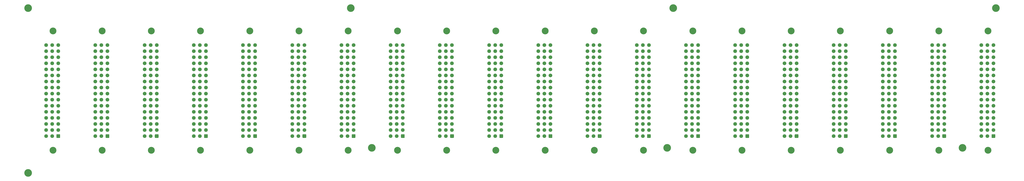
<source format=gbr>
%TF.GenerationSoftware,KiCad,Pcbnew,5.99.0+really5.1.10+dfsg1-1*%
%TF.CreationDate,2021-12-05T23:32:40+01:00*%
%TF.ProjectId,Backplane,4261636b-706c-4616-9e65-2e6b69636164,rev?*%
%TF.SameCoordinates,Original*%
%TF.FileFunction,Soldermask,Top*%
%TF.FilePolarity,Negative*%
%FSLAX46Y46*%
G04 Gerber Fmt 4.6, Leading zero omitted, Abs format (unit mm)*
G04 Created by KiCad (PCBNEW 5.99.0+really5.1.10+dfsg1-1) date 2021-12-05 23:32:40*
%MOMM*%
%LPD*%
G01*
G04 APERTURE LIST*
%ADD10C,1.550000*%
%ADD11C,2.850000*%
%ADD12C,3.200000*%
G04 APERTURE END LIST*
%TO.C,U19*%
G36*
G01*
X427655000Y-106574998D02*
X427655000Y-107625002D01*
G75*
G02*
X427405002Y-107875000I-249998J0D01*
G01*
X426354998Y-107875000D01*
G75*
G02*
X426105000Y-107625002I0J249998D01*
G01*
X426105000Y-106574998D01*
G75*
G02*
X426354998Y-106325000I249998J0D01*
G01*
X427405002Y-106325000D01*
G75*
G02*
X427655000Y-106574998I0J-249998D01*
G01*
G37*
D10*
X426880000Y-104560000D03*
X426880000Y-102020000D03*
X426880000Y-99480000D03*
X426880000Y-96940000D03*
X426880000Y-94400000D03*
X426880000Y-91860000D03*
X426880000Y-89320000D03*
X426880000Y-86780000D03*
X426880000Y-84240000D03*
X426880000Y-81700000D03*
X426880000Y-79160000D03*
X426880000Y-76620000D03*
X426880000Y-74080000D03*
X426880000Y-71540000D03*
X426880000Y-69000000D03*
X424340000Y-107100000D03*
X424340000Y-104560000D03*
X424340000Y-102020000D03*
X424340000Y-99480000D03*
X424340000Y-96940000D03*
X424340000Y-94400000D03*
X424340000Y-91860000D03*
X424340000Y-89320000D03*
X424340000Y-86780000D03*
X424340000Y-84240000D03*
X424340000Y-81700000D03*
X424340000Y-79160000D03*
X424340000Y-76620000D03*
X424340000Y-74080000D03*
X424340000Y-71540000D03*
X424340000Y-69000000D03*
X421800000Y-107100000D03*
X421800000Y-104560000D03*
X421800000Y-102020000D03*
X421800000Y-99480000D03*
X421800000Y-96940000D03*
X421800000Y-94400000D03*
X421800000Y-91860000D03*
X421800000Y-89320000D03*
X421800000Y-86780000D03*
X421800000Y-84240000D03*
X421800000Y-81700000D03*
X421800000Y-79160000D03*
X421800000Y-76620000D03*
X421800000Y-74080000D03*
X421800000Y-71540000D03*
X421800000Y-69000000D03*
D11*
X424640000Y-113050000D03*
X424640000Y-63050000D03*
%TD*%
%TO.C,U1*%
G36*
G01*
X56855000Y-106574998D02*
X56855000Y-107625002D01*
G75*
G02*
X56605002Y-107875000I-249998J0D01*
G01*
X55554998Y-107875000D01*
G75*
G02*
X55305000Y-107625002I0J249998D01*
G01*
X55305000Y-106574998D01*
G75*
G02*
X55554998Y-106325000I249998J0D01*
G01*
X56605002Y-106325000D01*
G75*
G02*
X56855000Y-106574998I0J-249998D01*
G01*
G37*
D10*
X56080000Y-104560000D03*
X56080000Y-102020000D03*
X56080000Y-99480000D03*
X56080000Y-96940000D03*
X56080000Y-94400000D03*
X56080000Y-91860000D03*
X56080000Y-89320000D03*
X56080000Y-86780000D03*
X56080000Y-84240000D03*
X56080000Y-81700000D03*
X56080000Y-79160000D03*
X56080000Y-76620000D03*
X56080000Y-74080000D03*
X56080000Y-71540000D03*
X56080000Y-69000000D03*
X53540000Y-107100000D03*
X53540000Y-104560000D03*
X53540000Y-102020000D03*
X53540000Y-99480000D03*
X53540000Y-96940000D03*
X53540000Y-94400000D03*
X53540000Y-91860000D03*
X53540000Y-89320000D03*
X53540000Y-86780000D03*
X53540000Y-84240000D03*
X53540000Y-81700000D03*
X53540000Y-79160000D03*
X53540000Y-76620000D03*
X53540000Y-74080000D03*
X53540000Y-71540000D03*
X53540000Y-69000000D03*
X51000000Y-107100000D03*
X51000000Y-104560000D03*
X51000000Y-102020000D03*
X51000000Y-99480000D03*
X51000000Y-96940000D03*
X51000000Y-94400000D03*
X51000000Y-91860000D03*
X51000000Y-89320000D03*
X51000000Y-86780000D03*
X51000000Y-84240000D03*
X51000000Y-81700000D03*
X51000000Y-79160000D03*
X51000000Y-76620000D03*
X51000000Y-74080000D03*
X51000000Y-71540000D03*
X51000000Y-69000000D03*
D11*
X53840000Y-113050000D03*
X53840000Y-63050000D03*
%TD*%
D12*
%TO.C,H8*%
X434500000Y-112000000D03*
%TD*%
%TO.C,H7*%
X310900000Y-112000000D03*
%TD*%
%TO.C,H6*%
X187300000Y-112000000D03*
%TD*%
%TO.C,H5*%
X43500000Y-122500000D03*
%TD*%
%TO.C,H4*%
X448500000Y-53500000D03*
%TD*%
%TO.C,H3*%
X313500000Y-53500000D03*
%TD*%
%TO.C,H2*%
X178500000Y-53500000D03*
%TD*%
%TO.C,H1*%
X43500000Y-53500000D03*
%TD*%
%TO.C,U20*%
G36*
G01*
X448255000Y-106574998D02*
X448255000Y-107625002D01*
G75*
G02*
X448005002Y-107875000I-249998J0D01*
G01*
X446954998Y-107875000D01*
G75*
G02*
X446705000Y-107625002I0J249998D01*
G01*
X446705000Y-106574998D01*
G75*
G02*
X446954998Y-106325000I249998J0D01*
G01*
X448005002Y-106325000D01*
G75*
G02*
X448255000Y-106574998I0J-249998D01*
G01*
G37*
D10*
X447480000Y-104560000D03*
X447480000Y-102020000D03*
X447480000Y-99480000D03*
X447480000Y-96940000D03*
X447480000Y-94400000D03*
X447480000Y-91860000D03*
X447480000Y-89320000D03*
X447480000Y-86780000D03*
X447480000Y-84240000D03*
X447480000Y-81700000D03*
X447480000Y-79160000D03*
X447480000Y-76620000D03*
X447480000Y-74080000D03*
X447480000Y-71540000D03*
X447480000Y-69000000D03*
X444940000Y-107100000D03*
X444940000Y-104560000D03*
X444940000Y-102020000D03*
X444940000Y-99480000D03*
X444940000Y-96940000D03*
X444940000Y-94400000D03*
X444940000Y-91860000D03*
X444940000Y-89320000D03*
X444940000Y-86780000D03*
X444940000Y-84240000D03*
X444940000Y-81700000D03*
X444940000Y-79160000D03*
X444940000Y-76620000D03*
X444940000Y-74080000D03*
X444940000Y-71540000D03*
X444940000Y-69000000D03*
X442400000Y-107100000D03*
X442400000Y-104560000D03*
X442400000Y-102020000D03*
X442400000Y-99480000D03*
X442400000Y-96940000D03*
X442400000Y-94400000D03*
X442400000Y-91860000D03*
X442400000Y-89320000D03*
X442400000Y-86780000D03*
X442400000Y-84240000D03*
X442400000Y-81700000D03*
X442400000Y-79160000D03*
X442400000Y-76620000D03*
X442400000Y-74080000D03*
X442400000Y-71540000D03*
X442400000Y-69000000D03*
D11*
X445240000Y-113050000D03*
X445240000Y-63050000D03*
%TD*%
%TO.C,U18*%
G36*
G01*
X407055000Y-106574998D02*
X407055000Y-107625002D01*
G75*
G02*
X406805002Y-107875000I-249998J0D01*
G01*
X405754998Y-107875000D01*
G75*
G02*
X405505000Y-107625002I0J249998D01*
G01*
X405505000Y-106574998D01*
G75*
G02*
X405754998Y-106325000I249998J0D01*
G01*
X406805002Y-106325000D01*
G75*
G02*
X407055000Y-106574998I0J-249998D01*
G01*
G37*
D10*
X406280000Y-104560000D03*
X406280000Y-102020000D03*
X406280000Y-99480000D03*
X406280000Y-96940000D03*
X406280000Y-94400000D03*
X406280000Y-91860000D03*
X406280000Y-89320000D03*
X406280000Y-86780000D03*
X406280000Y-84240000D03*
X406280000Y-81700000D03*
X406280000Y-79160000D03*
X406280000Y-76620000D03*
X406280000Y-74080000D03*
X406280000Y-71540000D03*
X406280000Y-69000000D03*
X403740000Y-107100000D03*
X403740000Y-104560000D03*
X403740000Y-102020000D03*
X403740000Y-99480000D03*
X403740000Y-96940000D03*
X403740000Y-94400000D03*
X403740000Y-91860000D03*
X403740000Y-89320000D03*
X403740000Y-86780000D03*
X403740000Y-84240000D03*
X403740000Y-81700000D03*
X403740000Y-79160000D03*
X403740000Y-76620000D03*
X403740000Y-74080000D03*
X403740000Y-71540000D03*
X403740000Y-69000000D03*
X401200000Y-107100000D03*
X401200000Y-104560000D03*
X401200000Y-102020000D03*
X401200000Y-99480000D03*
X401200000Y-96940000D03*
X401200000Y-94400000D03*
X401200000Y-91860000D03*
X401200000Y-89320000D03*
X401200000Y-86780000D03*
X401200000Y-84240000D03*
X401200000Y-81700000D03*
X401200000Y-79160000D03*
X401200000Y-76620000D03*
X401200000Y-74080000D03*
X401200000Y-71540000D03*
X401200000Y-69000000D03*
D11*
X404040000Y-113050000D03*
X404040000Y-63050000D03*
%TD*%
%TO.C,U17*%
G36*
G01*
X386455000Y-106574998D02*
X386455000Y-107625002D01*
G75*
G02*
X386205002Y-107875000I-249998J0D01*
G01*
X385154998Y-107875000D01*
G75*
G02*
X384905000Y-107625002I0J249998D01*
G01*
X384905000Y-106574998D01*
G75*
G02*
X385154998Y-106325000I249998J0D01*
G01*
X386205002Y-106325000D01*
G75*
G02*
X386455000Y-106574998I0J-249998D01*
G01*
G37*
D10*
X385680000Y-104560000D03*
X385680000Y-102020000D03*
X385680000Y-99480000D03*
X385680000Y-96940000D03*
X385680000Y-94400000D03*
X385680000Y-91860000D03*
X385680000Y-89320000D03*
X385680000Y-86780000D03*
X385680000Y-84240000D03*
X385680000Y-81700000D03*
X385680000Y-79160000D03*
X385680000Y-76620000D03*
X385680000Y-74080000D03*
X385680000Y-71540000D03*
X385680000Y-69000000D03*
X383140000Y-107100000D03*
X383140000Y-104560000D03*
X383140000Y-102020000D03*
X383140000Y-99480000D03*
X383140000Y-96940000D03*
X383140000Y-94400000D03*
X383140000Y-91860000D03*
X383140000Y-89320000D03*
X383140000Y-86780000D03*
X383140000Y-84240000D03*
X383140000Y-81700000D03*
X383140000Y-79160000D03*
X383140000Y-76620000D03*
X383140000Y-74080000D03*
X383140000Y-71540000D03*
X383140000Y-69000000D03*
X380600000Y-107100000D03*
X380600000Y-104560000D03*
X380600000Y-102020000D03*
X380600000Y-99480000D03*
X380600000Y-96940000D03*
X380600000Y-94400000D03*
X380600000Y-91860000D03*
X380600000Y-89320000D03*
X380600000Y-86780000D03*
X380600000Y-84240000D03*
X380600000Y-81700000D03*
X380600000Y-79160000D03*
X380600000Y-76620000D03*
X380600000Y-74080000D03*
X380600000Y-71540000D03*
X380600000Y-69000000D03*
D11*
X383440000Y-113050000D03*
X383440000Y-63050000D03*
%TD*%
%TO.C,U16*%
G36*
G01*
X365855000Y-106574998D02*
X365855000Y-107625002D01*
G75*
G02*
X365605002Y-107875000I-249998J0D01*
G01*
X364554998Y-107875000D01*
G75*
G02*
X364305000Y-107625002I0J249998D01*
G01*
X364305000Y-106574998D01*
G75*
G02*
X364554998Y-106325000I249998J0D01*
G01*
X365605002Y-106325000D01*
G75*
G02*
X365855000Y-106574998I0J-249998D01*
G01*
G37*
D10*
X365080000Y-104560000D03*
X365080000Y-102020000D03*
X365080000Y-99480000D03*
X365080000Y-96940000D03*
X365080000Y-94400000D03*
X365080000Y-91860000D03*
X365080000Y-89320000D03*
X365080000Y-86780000D03*
X365080000Y-84240000D03*
X365080000Y-81700000D03*
X365080000Y-79160000D03*
X365080000Y-76620000D03*
X365080000Y-74080000D03*
X365080000Y-71540000D03*
X365080000Y-69000000D03*
X362540000Y-107100000D03*
X362540000Y-104560000D03*
X362540000Y-102020000D03*
X362540000Y-99480000D03*
X362540000Y-96940000D03*
X362540000Y-94400000D03*
X362540000Y-91860000D03*
X362540000Y-89320000D03*
X362540000Y-86780000D03*
X362540000Y-84240000D03*
X362540000Y-81700000D03*
X362540000Y-79160000D03*
X362540000Y-76620000D03*
X362540000Y-74080000D03*
X362540000Y-71540000D03*
X362540000Y-69000000D03*
X360000000Y-107100000D03*
X360000000Y-104560000D03*
X360000000Y-102020000D03*
X360000000Y-99480000D03*
X360000000Y-96940000D03*
X360000000Y-94400000D03*
X360000000Y-91860000D03*
X360000000Y-89320000D03*
X360000000Y-86780000D03*
X360000000Y-84240000D03*
X360000000Y-81700000D03*
X360000000Y-79160000D03*
X360000000Y-76620000D03*
X360000000Y-74080000D03*
X360000000Y-71540000D03*
X360000000Y-69000000D03*
D11*
X362840000Y-113050000D03*
X362840000Y-63050000D03*
%TD*%
%TO.C,U15*%
G36*
G01*
X345255000Y-106574998D02*
X345255000Y-107625002D01*
G75*
G02*
X345005002Y-107875000I-249998J0D01*
G01*
X343954998Y-107875000D01*
G75*
G02*
X343705000Y-107625002I0J249998D01*
G01*
X343705000Y-106574998D01*
G75*
G02*
X343954998Y-106325000I249998J0D01*
G01*
X345005002Y-106325000D01*
G75*
G02*
X345255000Y-106574998I0J-249998D01*
G01*
G37*
D10*
X344480000Y-104560000D03*
X344480000Y-102020000D03*
X344480000Y-99480000D03*
X344480000Y-96940000D03*
X344480000Y-94400000D03*
X344480000Y-91860000D03*
X344480000Y-89320000D03*
X344480000Y-86780000D03*
X344480000Y-84240000D03*
X344480000Y-81700000D03*
X344480000Y-79160000D03*
X344480000Y-76620000D03*
X344480000Y-74080000D03*
X344480000Y-71540000D03*
X344480000Y-69000000D03*
X341940000Y-107100000D03*
X341940000Y-104560000D03*
X341940000Y-102020000D03*
X341940000Y-99480000D03*
X341940000Y-96940000D03*
X341940000Y-94400000D03*
X341940000Y-91860000D03*
X341940000Y-89320000D03*
X341940000Y-86780000D03*
X341940000Y-84240000D03*
X341940000Y-81700000D03*
X341940000Y-79160000D03*
X341940000Y-76620000D03*
X341940000Y-74080000D03*
X341940000Y-71540000D03*
X341940000Y-69000000D03*
X339400000Y-107100000D03*
X339400000Y-104560000D03*
X339400000Y-102020000D03*
X339400000Y-99480000D03*
X339400000Y-96940000D03*
X339400000Y-94400000D03*
X339400000Y-91860000D03*
X339400000Y-89320000D03*
X339400000Y-86780000D03*
X339400000Y-84240000D03*
X339400000Y-81700000D03*
X339400000Y-79160000D03*
X339400000Y-76620000D03*
X339400000Y-74080000D03*
X339400000Y-71540000D03*
X339400000Y-69000000D03*
D11*
X342240000Y-113050000D03*
X342240000Y-63050000D03*
%TD*%
%TO.C,U14*%
G36*
G01*
X324655000Y-106574998D02*
X324655000Y-107625002D01*
G75*
G02*
X324405002Y-107875000I-249998J0D01*
G01*
X323354998Y-107875000D01*
G75*
G02*
X323105000Y-107625002I0J249998D01*
G01*
X323105000Y-106574998D01*
G75*
G02*
X323354998Y-106325000I249998J0D01*
G01*
X324405002Y-106325000D01*
G75*
G02*
X324655000Y-106574998I0J-249998D01*
G01*
G37*
D10*
X323880000Y-104560000D03*
X323880000Y-102020000D03*
X323880000Y-99480000D03*
X323880000Y-96940000D03*
X323880000Y-94400000D03*
X323880000Y-91860000D03*
X323880000Y-89320000D03*
X323880000Y-86780000D03*
X323880000Y-84240000D03*
X323880000Y-81700000D03*
X323880000Y-79160000D03*
X323880000Y-76620000D03*
X323880000Y-74080000D03*
X323880000Y-71540000D03*
X323880000Y-69000000D03*
X321340000Y-107100000D03*
X321340000Y-104560000D03*
X321340000Y-102020000D03*
X321340000Y-99480000D03*
X321340000Y-96940000D03*
X321340000Y-94400000D03*
X321340000Y-91860000D03*
X321340000Y-89320000D03*
X321340000Y-86780000D03*
X321340000Y-84240000D03*
X321340000Y-81700000D03*
X321340000Y-79160000D03*
X321340000Y-76620000D03*
X321340000Y-74080000D03*
X321340000Y-71540000D03*
X321340000Y-69000000D03*
X318800000Y-107100000D03*
X318800000Y-104560000D03*
X318800000Y-102020000D03*
X318800000Y-99480000D03*
X318800000Y-96940000D03*
X318800000Y-94400000D03*
X318800000Y-91860000D03*
X318800000Y-89320000D03*
X318800000Y-86780000D03*
X318800000Y-84240000D03*
X318800000Y-81700000D03*
X318800000Y-79160000D03*
X318800000Y-76620000D03*
X318800000Y-74080000D03*
X318800000Y-71540000D03*
X318800000Y-69000000D03*
D11*
X321640000Y-113050000D03*
X321640000Y-63050000D03*
%TD*%
%TO.C,U13*%
G36*
G01*
X304055000Y-106574998D02*
X304055000Y-107625002D01*
G75*
G02*
X303805002Y-107875000I-249998J0D01*
G01*
X302754998Y-107875000D01*
G75*
G02*
X302505000Y-107625002I0J249998D01*
G01*
X302505000Y-106574998D01*
G75*
G02*
X302754998Y-106325000I249998J0D01*
G01*
X303805002Y-106325000D01*
G75*
G02*
X304055000Y-106574998I0J-249998D01*
G01*
G37*
D10*
X303280000Y-104560000D03*
X303280000Y-102020000D03*
X303280000Y-99480000D03*
X303280000Y-96940000D03*
X303280000Y-94400000D03*
X303280000Y-91860000D03*
X303280000Y-89320000D03*
X303280000Y-86780000D03*
X303280000Y-84240000D03*
X303280000Y-81700000D03*
X303280000Y-79160000D03*
X303280000Y-76620000D03*
X303280000Y-74080000D03*
X303280000Y-71540000D03*
X303280000Y-69000000D03*
X300740000Y-107100000D03*
X300740000Y-104560000D03*
X300740000Y-102020000D03*
X300740000Y-99480000D03*
X300740000Y-96940000D03*
X300740000Y-94400000D03*
X300740000Y-91860000D03*
X300740000Y-89320000D03*
X300740000Y-86780000D03*
X300740000Y-84240000D03*
X300740000Y-81700000D03*
X300740000Y-79160000D03*
X300740000Y-76620000D03*
X300740000Y-74080000D03*
X300740000Y-71540000D03*
X300740000Y-69000000D03*
X298200000Y-107100000D03*
X298200000Y-104560000D03*
X298200000Y-102020000D03*
X298200000Y-99480000D03*
X298200000Y-96940000D03*
X298200000Y-94400000D03*
X298200000Y-91860000D03*
X298200000Y-89320000D03*
X298200000Y-86780000D03*
X298200000Y-84240000D03*
X298200000Y-81700000D03*
X298200000Y-79160000D03*
X298200000Y-76620000D03*
X298200000Y-74080000D03*
X298200000Y-71540000D03*
X298200000Y-69000000D03*
D11*
X301040000Y-113050000D03*
X301040000Y-63050000D03*
%TD*%
%TO.C,U12*%
G36*
G01*
X283455000Y-106574998D02*
X283455000Y-107625002D01*
G75*
G02*
X283205002Y-107875000I-249998J0D01*
G01*
X282154998Y-107875000D01*
G75*
G02*
X281905000Y-107625002I0J249998D01*
G01*
X281905000Y-106574998D01*
G75*
G02*
X282154998Y-106325000I249998J0D01*
G01*
X283205002Y-106325000D01*
G75*
G02*
X283455000Y-106574998I0J-249998D01*
G01*
G37*
D10*
X282680000Y-104560000D03*
X282680000Y-102020000D03*
X282680000Y-99480000D03*
X282680000Y-96940000D03*
X282680000Y-94400000D03*
X282680000Y-91860000D03*
X282680000Y-89320000D03*
X282680000Y-86780000D03*
X282680000Y-84240000D03*
X282680000Y-81700000D03*
X282680000Y-79160000D03*
X282680000Y-76620000D03*
X282680000Y-74080000D03*
X282680000Y-71540000D03*
X282680000Y-69000000D03*
X280140000Y-107100000D03*
X280140000Y-104560000D03*
X280140000Y-102020000D03*
X280140000Y-99480000D03*
X280140000Y-96940000D03*
X280140000Y-94400000D03*
X280140000Y-91860000D03*
X280140000Y-89320000D03*
X280140000Y-86780000D03*
X280140000Y-84240000D03*
X280140000Y-81700000D03*
X280140000Y-79160000D03*
X280140000Y-76620000D03*
X280140000Y-74080000D03*
X280140000Y-71540000D03*
X280140000Y-69000000D03*
X277600000Y-107100000D03*
X277600000Y-104560000D03*
X277600000Y-102020000D03*
X277600000Y-99480000D03*
X277600000Y-96940000D03*
X277600000Y-94400000D03*
X277600000Y-91860000D03*
X277600000Y-89320000D03*
X277600000Y-86780000D03*
X277600000Y-84240000D03*
X277600000Y-81700000D03*
X277600000Y-79160000D03*
X277600000Y-76620000D03*
X277600000Y-74080000D03*
X277600000Y-71540000D03*
X277600000Y-69000000D03*
D11*
X280440000Y-113050000D03*
X280440000Y-63050000D03*
%TD*%
%TO.C,U11*%
G36*
G01*
X262855000Y-106574998D02*
X262855000Y-107625002D01*
G75*
G02*
X262605002Y-107875000I-249998J0D01*
G01*
X261554998Y-107875000D01*
G75*
G02*
X261305000Y-107625002I0J249998D01*
G01*
X261305000Y-106574998D01*
G75*
G02*
X261554998Y-106325000I249998J0D01*
G01*
X262605002Y-106325000D01*
G75*
G02*
X262855000Y-106574998I0J-249998D01*
G01*
G37*
D10*
X262080000Y-104560000D03*
X262080000Y-102020000D03*
X262080000Y-99480000D03*
X262080000Y-96940000D03*
X262080000Y-94400000D03*
X262080000Y-91860000D03*
X262080000Y-89320000D03*
X262080000Y-86780000D03*
X262080000Y-84240000D03*
X262080000Y-81700000D03*
X262080000Y-79160000D03*
X262080000Y-76620000D03*
X262080000Y-74080000D03*
X262080000Y-71540000D03*
X262080000Y-69000000D03*
X259540000Y-107100000D03*
X259540000Y-104560000D03*
X259540000Y-102020000D03*
X259540000Y-99480000D03*
X259540000Y-96940000D03*
X259540000Y-94400000D03*
X259540000Y-91860000D03*
X259540000Y-89320000D03*
X259540000Y-86780000D03*
X259540000Y-84240000D03*
X259540000Y-81700000D03*
X259540000Y-79160000D03*
X259540000Y-76620000D03*
X259540000Y-74080000D03*
X259540000Y-71540000D03*
X259540000Y-69000000D03*
X257000000Y-107100000D03*
X257000000Y-104560000D03*
X257000000Y-102020000D03*
X257000000Y-99480000D03*
X257000000Y-96940000D03*
X257000000Y-94400000D03*
X257000000Y-91860000D03*
X257000000Y-89320000D03*
X257000000Y-86780000D03*
X257000000Y-84240000D03*
X257000000Y-81700000D03*
X257000000Y-79160000D03*
X257000000Y-76620000D03*
X257000000Y-74080000D03*
X257000000Y-71540000D03*
X257000000Y-69000000D03*
D11*
X259840000Y-113050000D03*
X259840000Y-63050000D03*
%TD*%
%TO.C,U10*%
G36*
G01*
X242255000Y-106574998D02*
X242255000Y-107625002D01*
G75*
G02*
X242005002Y-107875000I-249998J0D01*
G01*
X240954998Y-107875000D01*
G75*
G02*
X240705000Y-107625002I0J249998D01*
G01*
X240705000Y-106574998D01*
G75*
G02*
X240954998Y-106325000I249998J0D01*
G01*
X242005002Y-106325000D01*
G75*
G02*
X242255000Y-106574998I0J-249998D01*
G01*
G37*
D10*
X241480000Y-104560000D03*
X241480000Y-102020000D03*
X241480000Y-99480000D03*
X241480000Y-96940000D03*
X241480000Y-94400000D03*
X241480000Y-91860000D03*
X241480000Y-89320000D03*
X241480000Y-86780000D03*
X241480000Y-84240000D03*
X241480000Y-81700000D03*
X241480000Y-79160000D03*
X241480000Y-76620000D03*
X241480000Y-74080000D03*
X241480000Y-71540000D03*
X241480000Y-69000000D03*
X238940000Y-107100000D03*
X238940000Y-104560000D03*
X238940000Y-102020000D03*
X238940000Y-99480000D03*
X238940000Y-96940000D03*
X238940000Y-94400000D03*
X238940000Y-91860000D03*
X238940000Y-89320000D03*
X238940000Y-86780000D03*
X238940000Y-84240000D03*
X238940000Y-81700000D03*
X238940000Y-79160000D03*
X238940000Y-76620000D03*
X238940000Y-74080000D03*
X238940000Y-71540000D03*
X238940000Y-69000000D03*
X236400000Y-107100000D03*
X236400000Y-104560000D03*
X236400000Y-102020000D03*
X236400000Y-99480000D03*
X236400000Y-96940000D03*
X236400000Y-94400000D03*
X236400000Y-91860000D03*
X236400000Y-89320000D03*
X236400000Y-86780000D03*
X236400000Y-84240000D03*
X236400000Y-81700000D03*
X236400000Y-79160000D03*
X236400000Y-76620000D03*
X236400000Y-74080000D03*
X236400000Y-71540000D03*
X236400000Y-69000000D03*
D11*
X239240000Y-113050000D03*
X239240000Y-63050000D03*
%TD*%
%TO.C,U9*%
G36*
G01*
X221655000Y-106574998D02*
X221655000Y-107625002D01*
G75*
G02*
X221405002Y-107875000I-249998J0D01*
G01*
X220354998Y-107875000D01*
G75*
G02*
X220105000Y-107625002I0J249998D01*
G01*
X220105000Y-106574998D01*
G75*
G02*
X220354998Y-106325000I249998J0D01*
G01*
X221405002Y-106325000D01*
G75*
G02*
X221655000Y-106574998I0J-249998D01*
G01*
G37*
D10*
X220880000Y-104560000D03*
X220880000Y-102020000D03*
X220880000Y-99480000D03*
X220880000Y-96940000D03*
X220880000Y-94400000D03*
X220880000Y-91860000D03*
X220880000Y-89320000D03*
X220880000Y-86780000D03*
X220880000Y-84240000D03*
X220880000Y-81700000D03*
X220880000Y-79160000D03*
X220880000Y-76620000D03*
X220880000Y-74080000D03*
X220880000Y-71540000D03*
X220880000Y-69000000D03*
X218340000Y-107100000D03*
X218340000Y-104560000D03*
X218340000Y-102020000D03*
X218340000Y-99480000D03*
X218340000Y-96940000D03*
X218340000Y-94400000D03*
X218340000Y-91860000D03*
X218340000Y-89320000D03*
X218340000Y-86780000D03*
X218340000Y-84240000D03*
X218340000Y-81700000D03*
X218340000Y-79160000D03*
X218340000Y-76620000D03*
X218340000Y-74080000D03*
X218340000Y-71540000D03*
X218340000Y-69000000D03*
X215800000Y-107100000D03*
X215800000Y-104560000D03*
X215800000Y-102020000D03*
X215800000Y-99480000D03*
X215800000Y-96940000D03*
X215800000Y-94400000D03*
X215800000Y-91860000D03*
X215800000Y-89320000D03*
X215800000Y-86780000D03*
X215800000Y-84240000D03*
X215800000Y-81700000D03*
X215800000Y-79160000D03*
X215800000Y-76620000D03*
X215800000Y-74080000D03*
X215800000Y-71540000D03*
X215800000Y-69000000D03*
D11*
X218640000Y-113050000D03*
X218640000Y-63050000D03*
%TD*%
%TO.C,U8*%
G36*
G01*
X201055000Y-106574998D02*
X201055000Y-107625002D01*
G75*
G02*
X200805002Y-107875000I-249998J0D01*
G01*
X199754998Y-107875000D01*
G75*
G02*
X199505000Y-107625002I0J249998D01*
G01*
X199505000Y-106574998D01*
G75*
G02*
X199754998Y-106325000I249998J0D01*
G01*
X200805002Y-106325000D01*
G75*
G02*
X201055000Y-106574998I0J-249998D01*
G01*
G37*
D10*
X200280000Y-104560000D03*
X200280000Y-102020000D03*
X200280000Y-99480000D03*
X200280000Y-96940000D03*
X200280000Y-94400000D03*
X200280000Y-91860000D03*
X200280000Y-89320000D03*
X200280000Y-86780000D03*
X200280000Y-84240000D03*
X200280000Y-81700000D03*
X200280000Y-79160000D03*
X200280000Y-76620000D03*
X200280000Y-74080000D03*
X200280000Y-71540000D03*
X200280000Y-69000000D03*
X197740000Y-107100000D03*
X197740000Y-104560000D03*
X197740000Y-102020000D03*
X197740000Y-99480000D03*
X197740000Y-96940000D03*
X197740000Y-94400000D03*
X197740000Y-91860000D03*
X197740000Y-89320000D03*
X197740000Y-86780000D03*
X197740000Y-84240000D03*
X197740000Y-81700000D03*
X197740000Y-79160000D03*
X197740000Y-76620000D03*
X197740000Y-74080000D03*
X197740000Y-71540000D03*
X197740000Y-69000000D03*
X195200000Y-107100000D03*
X195200000Y-104560000D03*
X195200000Y-102020000D03*
X195200000Y-99480000D03*
X195200000Y-96940000D03*
X195200000Y-94400000D03*
X195200000Y-91860000D03*
X195200000Y-89320000D03*
X195200000Y-86780000D03*
X195200000Y-84240000D03*
X195200000Y-81700000D03*
X195200000Y-79160000D03*
X195200000Y-76620000D03*
X195200000Y-74080000D03*
X195200000Y-71540000D03*
X195200000Y-69000000D03*
D11*
X198040000Y-113050000D03*
X198040000Y-63050000D03*
%TD*%
%TO.C,U7*%
G36*
G01*
X180455000Y-106574998D02*
X180455000Y-107625002D01*
G75*
G02*
X180205002Y-107875000I-249998J0D01*
G01*
X179154998Y-107875000D01*
G75*
G02*
X178905000Y-107625002I0J249998D01*
G01*
X178905000Y-106574998D01*
G75*
G02*
X179154998Y-106325000I249998J0D01*
G01*
X180205002Y-106325000D01*
G75*
G02*
X180455000Y-106574998I0J-249998D01*
G01*
G37*
D10*
X179680000Y-104560000D03*
X179680000Y-102020000D03*
X179680000Y-99480000D03*
X179680000Y-96940000D03*
X179680000Y-94400000D03*
X179680000Y-91860000D03*
X179680000Y-89320000D03*
X179680000Y-86780000D03*
X179680000Y-84240000D03*
X179680000Y-81700000D03*
X179680000Y-79160000D03*
X179680000Y-76620000D03*
X179680000Y-74080000D03*
X179680000Y-71540000D03*
X179680000Y-69000000D03*
X177140000Y-107100000D03*
X177140000Y-104560000D03*
X177140000Y-102020000D03*
X177140000Y-99480000D03*
X177140000Y-96940000D03*
X177140000Y-94400000D03*
X177140000Y-91860000D03*
X177140000Y-89320000D03*
X177140000Y-86780000D03*
X177140000Y-84240000D03*
X177140000Y-81700000D03*
X177140000Y-79160000D03*
X177140000Y-76620000D03*
X177140000Y-74080000D03*
X177140000Y-71540000D03*
X177140000Y-69000000D03*
X174600000Y-107100000D03*
X174600000Y-104560000D03*
X174600000Y-102020000D03*
X174600000Y-99480000D03*
X174600000Y-96940000D03*
X174600000Y-94400000D03*
X174600000Y-91860000D03*
X174600000Y-89320000D03*
X174600000Y-86780000D03*
X174600000Y-84240000D03*
X174600000Y-81700000D03*
X174600000Y-79160000D03*
X174600000Y-76620000D03*
X174600000Y-74080000D03*
X174600000Y-71540000D03*
X174600000Y-69000000D03*
D11*
X177440000Y-113050000D03*
X177440000Y-63050000D03*
%TD*%
%TO.C,U6*%
G36*
G01*
X159855000Y-106574998D02*
X159855000Y-107625002D01*
G75*
G02*
X159605002Y-107875000I-249998J0D01*
G01*
X158554998Y-107875000D01*
G75*
G02*
X158305000Y-107625002I0J249998D01*
G01*
X158305000Y-106574998D01*
G75*
G02*
X158554998Y-106325000I249998J0D01*
G01*
X159605002Y-106325000D01*
G75*
G02*
X159855000Y-106574998I0J-249998D01*
G01*
G37*
D10*
X159080000Y-104560000D03*
X159080000Y-102020000D03*
X159080000Y-99480000D03*
X159080000Y-96940000D03*
X159080000Y-94400000D03*
X159080000Y-91860000D03*
X159080000Y-89320000D03*
X159080000Y-86780000D03*
X159080000Y-84240000D03*
X159080000Y-81700000D03*
X159080000Y-79160000D03*
X159080000Y-76620000D03*
X159080000Y-74080000D03*
X159080000Y-71540000D03*
X159080000Y-69000000D03*
X156540000Y-107100000D03*
X156540000Y-104560000D03*
X156540000Y-102020000D03*
X156540000Y-99480000D03*
X156540000Y-96940000D03*
X156540000Y-94400000D03*
X156540000Y-91860000D03*
X156540000Y-89320000D03*
X156540000Y-86780000D03*
X156540000Y-84240000D03*
X156540000Y-81700000D03*
X156540000Y-79160000D03*
X156540000Y-76620000D03*
X156540000Y-74080000D03*
X156540000Y-71540000D03*
X156540000Y-69000000D03*
X154000000Y-107100000D03*
X154000000Y-104560000D03*
X154000000Y-102020000D03*
X154000000Y-99480000D03*
X154000000Y-96940000D03*
X154000000Y-94400000D03*
X154000000Y-91860000D03*
X154000000Y-89320000D03*
X154000000Y-86780000D03*
X154000000Y-84240000D03*
X154000000Y-81700000D03*
X154000000Y-79160000D03*
X154000000Y-76620000D03*
X154000000Y-74080000D03*
X154000000Y-71540000D03*
X154000000Y-69000000D03*
D11*
X156840000Y-113050000D03*
X156840000Y-63050000D03*
%TD*%
%TO.C,U5*%
G36*
G01*
X139255000Y-106574998D02*
X139255000Y-107625002D01*
G75*
G02*
X139005002Y-107875000I-249998J0D01*
G01*
X137954998Y-107875000D01*
G75*
G02*
X137705000Y-107625002I0J249998D01*
G01*
X137705000Y-106574998D01*
G75*
G02*
X137954998Y-106325000I249998J0D01*
G01*
X139005002Y-106325000D01*
G75*
G02*
X139255000Y-106574998I0J-249998D01*
G01*
G37*
D10*
X138480000Y-104560000D03*
X138480000Y-102020000D03*
X138480000Y-99480000D03*
X138480000Y-96940000D03*
X138480000Y-94400000D03*
X138480000Y-91860000D03*
X138480000Y-89320000D03*
X138480000Y-86780000D03*
X138480000Y-84240000D03*
X138480000Y-81700000D03*
X138480000Y-79160000D03*
X138480000Y-76620000D03*
X138480000Y-74080000D03*
X138480000Y-71540000D03*
X138480000Y-69000000D03*
X135940000Y-107100000D03*
X135940000Y-104560000D03*
X135940000Y-102020000D03*
X135940000Y-99480000D03*
X135940000Y-96940000D03*
X135940000Y-94400000D03*
X135940000Y-91860000D03*
X135940000Y-89320000D03*
X135940000Y-86780000D03*
X135940000Y-84240000D03*
X135940000Y-81700000D03*
X135940000Y-79160000D03*
X135940000Y-76620000D03*
X135940000Y-74080000D03*
X135940000Y-71540000D03*
X135940000Y-69000000D03*
X133400000Y-107100000D03*
X133400000Y-104560000D03*
X133400000Y-102020000D03*
X133400000Y-99480000D03*
X133400000Y-96940000D03*
X133400000Y-94400000D03*
X133400000Y-91860000D03*
X133400000Y-89320000D03*
X133400000Y-86780000D03*
X133400000Y-84240000D03*
X133400000Y-81700000D03*
X133400000Y-79160000D03*
X133400000Y-76620000D03*
X133400000Y-74080000D03*
X133400000Y-71540000D03*
X133400000Y-69000000D03*
D11*
X136240000Y-113050000D03*
X136240000Y-63050000D03*
%TD*%
%TO.C,U4*%
G36*
G01*
X118655000Y-106574998D02*
X118655000Y-107625002D01*
G75*
G02*
X118405002Y-107875000I-249998J0D01*
G01*
X117354998Y-107875000D01*
G75*
G02*
X117105000Y-107625002I0J249998D01*
G01*
X117105000Y-106574998D01*
G75*
G02*
X117354998Y-106325000I249998J0D01*
G01*
X118405002Y-106325000D01*
G75*
G02*
X118655000Y-106574998I0J-249998D01*
G01*
G37*
D10*
X117880000Y-104560000D03*
X117880000Y-102020000D03*
X117880000Y-99480000D03*
X117880000Y-96940000D03*
X117880000Y-94400000D03*
X117880000Y-91860000D03*
X117880000Y-89320000D03*
X117880000Y-86780000D03*
X117880000Y-84240000D03*
X117880000Y-81700000D03*
X117880000Y-79160000D03*
X117880000Y-76620000D03*
X117880000Y-74080000D03*
X117880000Y-71540000D03*
X117880000Y-69000000D03*
X115340000Y-107100000D03*
X115340000Y-104560000D03*
X115340000Y-102020000D03*
X115340000Y-99480000D03*
X115340000Y-96940000D03*
X115340000Y-94400000D03*
X115340000Y-91860000D03*
X115340000Y-89320000D03*
X115340000Y-86780000D03*
X115340000Y-84240000D03*
X115340000Y-81700000D03*
X115340000Y-79160000D03*
X115340000Y-76620000D03*
X115340000Y-74080000D03*
X115340000Y-71540000D03*
X115340000Y-69000000D03*
X112800000Y-107100000D03*
X112800000Y-104560000D03*
X112800000Y-102020000D03*
X112800000Y-99480000D03*
X112800000Y-96940000D03*
X112800000Y-94400000D03*
X112800000Y-91860000D03*
X112800000Y-89320000D03*
X112800000Y-86780000D03*
X112800000Y-84240000D03*
X112800000Y-81700000D03*
X112800000Y-79160000D03*
X112800000Y-76620000D03*
X112800000Y-74080000D03*
X112800000Y-71540000D03*
X112800000Y-69000000D03*
D11*
X115640000Y-113050000D03*
X115640000Y-63050000D03*
%TD*%
%TO.C,U3*%
G36*
G01*
X98055000Y-106574998D02*
X98055000Y-107625002D01*
G75*
G02*
X97805002Y-107875000I-249998J0D01*
G01*
X96754998Y-107875000D01*
G75*
G02*
X96505000Y-107625002I0J249998D01*
G01*
X96505000Y-106574998D01*
G75*
G02*
X96754998Y-106325000I249998J0D01*
G01*
X97805002Y-106325000D01*
G75*
G02*
X98055000Y-106574998I0J-249998D01*
G01*
G37*
D10*
X97280000Y-104560000D03*
X97280000Y-102020000D03*
X97280000Y-99480000D03*
X97280000Y-96940000D03*
X97280000Y-94400000D03*
X97280000Y-91860000D03*
X97280000Y-89320000D03*
X97280000Y-86780000D03*
X97280000Y-84240000D03*
X97280000Y-81700000D03*
X97280000Y-79160000D03*
X97280000Y-76620000D03*
X97280000Y-74080000D03*
X97280000Y-71540000D03*
X97280000Y-69000000D03*
X94740000Y-107100000D03*
X94740000Y-104560000D03*
X94740000Y-102020000D03*
X94740000Y-99480000D03*
X94740000Y-96940000D03*
X94740000Y-94400000D03*
X94740000Y-91860000D03*
X94740000Y-89320000D03*
X94740000Y-86780000D03*
X94740000Y-84240000D03*
X94740000Y-81700000D03*
X94740000Y-79160000D03*
X94740000Y-76620000D03*
X94740000Y-74080000D03*
X94740000Y-71540000D03*
X94740000Y-69000000D03*
X92200000Y-107100000D03*
X92200000Y-104560000D03*
X92200000Y-102020000D03*
X92200000Y-99480000D03*
X92200000Y-96940000D03*
X92200000Y-94400000D03*
X92200000Y-91860000D03*
X92200000Y-89320000D03*
X92200000Y-86780000D03*
X92200000Y-84240000D03*
X92200000Y-81700000D03*
X92200000Y-79160000D03*
X92200000Y-76620000D03*
X92200000Y-74080000D03*
X92200000Y-71540000D03*
X92200000Y-69000000D03*
D11*
X95040000Y-113050000D03*
X95040000Y-63050000D03*
%TD*%
%TO.C,U2*%
G36*
G01*
X77455000Y-106574998D02*
X77455000Y-107625002D01*
G75*
G02*
X77205002Y-107875000I-249998J0D01*
G01*
X76154998Y-107875000D01*
G75*
G02*
X75905000Y-107625002I0J249998D01*
G01*
X75905000Y-106574998D01*
G75*
G02*
X76154998Y-106325000I249998J0D01*
G01*
X77205002Y-106325000D01*
G75*
G02*
X77455000Y-106574998I0J-249998D01*
G01*
G37*
D10*
X76680000Y-104560000D03*
X76680000Y-102020000D03*
X76680000Y-99480000D03*
X76680000Y-96940000D03*
X76680000Y-94400000D03*
X76680000Y-91860000D03*
X76680000Y-89320000D03*
X76680000Y-86780000D03*
X76680000Y-84240000D03*
X76680000Y-81700000D03*
X76680000Y-79160000D03*
X76680000Y-76620000D03*
X76680000Y-74080000D03*
X76680000Y-71540000D03*
X76680000Y-69000000D03*
X74140000Y-107100000D03*
X74140000Y-104560000D03*
X74140000Y-102020000D03*
X74140000Y-99480000D03*
X74140000Y-96940000D03*
X74140000Y-94400000D03*
X74140000Y-91860000D03*
X74140000Y-89320000D03*
X74140000Y-86780000D03*
X74140000Y-84240000D03*
X74140000Y-81700000D03*
X74140000Y-79160000D03*
X74140000Y-76620000D03*
X74140000Y-74080000D03*
X74140000Y-71540000D03*
X74140000Y-69000000D03*
X71600000Y-107100000D03*
X71600000Y-104560000D03*
X71600000Y-102020000D03*
X71600000Y-99480000D03*
X71600000Y-96940000D03*
X71600000Y-94400000D03*
X71600000Y-91860000D03*
X71600000Y-89320000D03*
X71600000Y-86780000D03*
X71600000Y-84240000D03*
X71600000Y-81700000D03*
X71600000Y-79160000D03*
X71600000Y-76620000D03*
X71600000Y-74080000D03*
X71600000Y-71540000D03*
X71600000Y-69000000D03*
D11*
X74440000Y-113050000D03*
X74440000Y-63050000D03*
%TD*%
M02*

</source>
